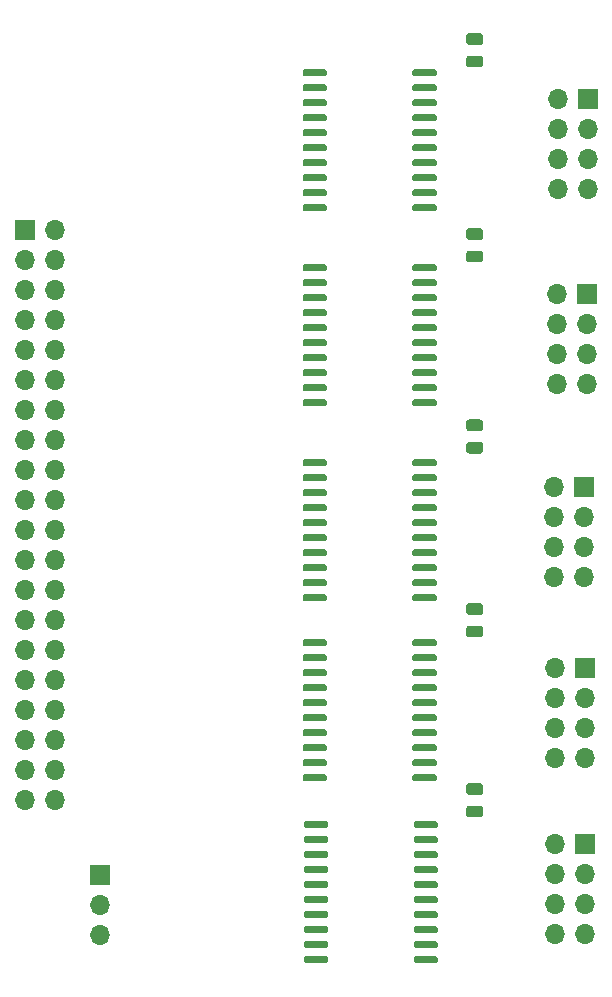
<source format=gbr>
%TF.GenerationSoftware,KiCad,Pcbnew,(5.1.9)-1*%
%TF.CreationDate,2021-03-22T20:32:08-05:00*%
%TF.ProjectId,Buffer board,42756666-6572-4206-926f-6172642e6b69,rev?*%
%TF.SameCoordinates,Original*%
%TF.FileFunction,Soldermask,Top*%
%TF.FilePolarity,Negative*%
%FSLAX46Y46*%
G04 Gerber Fmt 4.6, Leading zero omitted, Abs format (unit mm)*
G04 Created by KiCad (PCBNEW (5.1.9)-1) date 2021-03-22 20:32:08*
%MOMM*%
%LPD*%
G01*
G04 APERTURE LIST*
%ADD10O,1.700000X1.700000*%
%ADD11R,1.700000X1.700000*%
G04 APERTURE END LIST*
D10*
%TO.C,J7*%
X131267200Y-149745700D03*
X133807200Y-149745700D03*
X131267200Y-147205700D03*
X133807200Y-147205700D03*
X131267200Y-144665700D03*
X133807200Y-144665700D03*
X131267200Y-142125700D03*
D11*
X133807200Y-142125700D03*
%TD*%
D10*
%TO.C,J6*%
X131267200Y-134823200D03*
X133807200Y-134823200D03*
X131267200Y-132283200D03*
X133807200Y-132283200D03*
X131267200Y-129743200D03*
X133807200Y-129743200D03*
X131267200Y-127203200D03*
D11*
X133807200Y-127203200D03*
%TD*%
D10*
%TO.C,J5*%
X131140200Y-119557800D03*
X133680200Y-119557800D03*
X131140200Y-117017800D03*
X133680200Y-117017800D03*
X131140200Y-114477800D03*
X133680200Y-114477800D03*
X131140200Y-111937800D03*
D11*
X133680200Y-111937800D03*
%TD*%
D10*
%TO.C,J4*%
X131419600Y-103136700D03*
X133959600Y-103136700D03*
X131419600Y-100596700D03*
X133959600Y-100596700D03*
X131419600Y-98056700D03*
X133959600Y-98056700D03*
X131419600Y-95516700D03*
D11*
X133959600Y-95516700D03*
%TD*%
D10*
%TO.C,J3*%
X131521200Y-86639400D03*
X134061200Y-86639400D03*
X131521200Y-84099400D03*
X134061200Y-84099400D03*
X131521200Y-81559400D03*
X134061200Y-81559400D03*
X131521200Y-79019400D03*
D11*
X134061200Y-79019400D03*
%TD*%
D10*
%TO.C,J2*%
X92710000Y-149860000D03*
X92710000Y-147320000D03*
D11*
X92710000Y-144780000D03*
%TD*%
D10*
%TO.C,J1*%
X88900000Y-138430000D03*
X86360000Y-138430000D03*
X88900000Y-135890000D03*
X86360000Y-135890000D03*
X88900000Y-133350000D03*
X86360000Y-133350000D03*
X88900000Y-130810000D03*
X86360000Y-130810000D03*
X88900000Y-128270000D03*
X86360000Y-128270000D03*
X88900000Y-125730000D03*
X86360000Y-125730000D03*
X88900000Y-123190000D03*
X86360000Y-123190000D03*
X88900000Y-120650000D03*
X86360000Y-120650000D03*
X88900000Y-118110000D03*
X86360000Y-118110000D03*
X88900000Y-115570000D03*
X86360000Y-115570000D03*
X88900000Y-113030000D03*
X86360000Y-113030000D03*
X88900000Y-110490000D03*
X86360000Y-110490000D03*
X88900000Y-107950000D03*
X86360000Y-107950000D03*
X88900000Y-105410000D03*
X86360000Y-105410000D03*
X88900000Y-102870000D03*
X86360000Y-102870000D03*
X88900000Y-100330000D03*
X86360000Y-100330000D03*
X88900000Y-97790000D03*
X86360000Y-97790000D03*
X88900000Y-95250000D03*
X86360000Y-95250000D03*
X88900000Y-92710000D03*
X86360000Y-92710000D03*
X88900000Y-90170000D03*
D11*
X86360000Y-90170000D03*
%TD*%
%TO.C,IC5*%
G36*
G01*
X119296600Y-140637400D02*
X119296600Y-140337400D01*
G75*
G02*
X119446600Y-140187400I150000J0D01*
G01*
X121196600Y-140187400D01*
G75*
G02*
X121346600Y-140337400I0J-150000D01*
G01*
X121346600Y-140637400D01*
G75*
G02*
X121196600Y-140787400I-150000J0D01*
G01*
X119446600Y-140787400D01*
G75*
G02*
X119296600Y-140637400I0J150000D01*
G01*
G37*
G36*
G01*
X119296600Y-141907400D02*
X119296600Y-141607400D01*
G75*
G02*
X119446600Y-141457400I150000J0D01*
G01*
X121196600Y-141457400D01*
G75*
G02*
X121346600Y-141607400I0J-150000D01*
G01*
X121346600Y-141907400D01*
G75*
G02*
X121196600Y-142057400I-150000J0D01*
G01*
X119446600Y-142057400D01*
G75*
G02*
X119296600Y-141907400I0J150000D01*
G01*
G37*
G36*
G01*
X119296600Y-143177400D02*
X119296600Y-142877400D01*
G75*
G02*
X119446600Y-142727400I150000J0D01*
G01*
X121196600Y-142727400D01*
G75*
G02*
X121346600Y-142877400I0J-150000D01*
G01*
X121346600Y-143177400D01*
G75*
G02*
X121196600Y-143327400I-150000J0D01*
G01*
X119446600Y-143327400D01*
G75*
G02*
X119296600Y-143177400I0J150000D01*
G01*
G37*
G36*
G01*
X119296600Y-144447400D02*
X119296600Y-144147400D01*
G75*
G02*
X119446600Y-143997400I150000J0D01*
G01*
X121196600Y-143997400D01*
G75*
G02*
X121346600Y-144147400I0J-150000D01*
G01*
X121346600Y-144447400D01*
G75*
G02*
X121196600Y-144597400I-150000J0D01*
G01*
X119446600Y-144597400D01*
G75*
G02*
X119296600Y-144447400I0J150000D01*
G01*
G37*
G36*
G01*
X119296600Y-145717400D02*
X119296600Y-145417400D01*
G75*
G02*
X119446600Y-145267400I150000J0D01*
G01*
X121196600Y-145267400D01*
G75*
G02*
X121346600Y-145417400I0J-150000D01*
G01*
X121346600Y-145717400D01*
G75*
G02*
X121196600Y-145867400I-150000J0D01*
G01*
X119446600Y-145867400D01*
G75*
G02*
X119296600Y-145717400I0J150000D01*
G01*
G37*
G36*
G01*
X119296600Y-146987400D02*
X119296600Y-146687400D01*
G75*
G02*
X119446600Y-146537400I150000J0D01*
G01*
X121196600Y-146537400D01*
G75*
G02*
X121346600Y-146687400I0J-150000D01*
G01*
X121346600Y-146987400D01*
G75*
G02*
X121196600Y-147137400I-150000J0D01*
G01*
X119446600Y-147137400D01*
G75*
G02*
X119296600Y-146987400I0J150000D01*
G01*
G37*
G36*
G01*
X119296600Y-148257400D02*
X119296600Y-147957400D01*
G75*
G02*
X119446600Y-147807400I150000J0D01*
G01*
X121196600Y-147807400D01*
G75*
G02*
X121346600Y-147957400I0J-150000D01*
G01*
X121346600Y-148257400D01*
G75*
G02*
X121196600Y-148407400I-150000J0D01*
G01*
X119446600Y-148407400D01*
G75*
G02*
X119296600Y-148257400I0J150000D01*
G01*
G37*
G36*
G01*
X119296600Y-149527400D02*
X119296600Y-149227400D01*
G75*
G02*
X119446600Y-149077400I150000J0D01*
G01*
X121196600Y-149077400D01*
G75*
G02*
X121346600Y-149227400I0J-150000D01*
G01*
X121346600Y-149527400D01*
G75*
G02*
X121196600Y-149677400I-150000J0D01*
G01*
X119446600Y-149677400D01*
G75*
G02*
X119296600Y-149527400I0J150000D01*
G01*
G37*
G36*
G01*
X119296600Y-150797400D02*
X119296600Y-150497400D01*
G75*
G02*
X119446600Y-150347400I150000J0D01*
G01*
X121196600Y-150347400D01*
G75*
G02*
X121346600Y-150497400I0J-150000D01*
G01*
X121346600Y-150797400D01*
G75*
G02*
X121196600Y-150947400I-150000J0D01*
G01*
X119446600Y-150947400D01*
G75*
G02*
X119296600Y-150797400I0J150000D01*
G01*
G37*
G36*
G01*
X119296600Y-152067400D02*
X119296600Y-151767400D01*
G75*
G02*
X119446600Y-151617400I150000J0D01*
G01*
X121196600Y-151617400D01*
G75*
G02*
X121346600Y-151767400I0J-150000D01*
G01*
X121346600Y-152067400D01*
G75*
G02*
X121196600Y-152217400I-150000J0D01*
G01*
X119446600Y-152217400D01*
G75*
G02*
X119296600Y-152067400I0J150000D01*
G01*
G37*
G36*
G01*
X109996600Y-152067400D02*
X109996600Y-151767400D01*
G75*
G02*
X110146600Y-151617400I150000J0D01*
G01*
X111896600Y-151617400D01*
G75*
G02*
X112046600Y-151767400I0J-150000D01*
G01*
X112046600Y-152067400D01*
G75*
G02*
X111896600Y-152217400I-150000J0D01*
G01*
X110146600Y-152217400D01*
G75*
G02*
X109996600Y-152067400I0J150000D01*
G01*
G37*
G36*
G01*
X109996600Y-150797400D02*
X109996600Y-150497400D01*
G75*
G02*
X110146600Y-150347400I150000J0D01*
G01*
X111896600Y-150347400D01*
G75*
G02*
X112046600Y-150497400I0J-150000D01*
G01*
X112046600Y-150797400D01*
G75*
G02*
X111896600Y-150947400I-150000J0D01*
G01*
X110146600Y-150947400D01*
G75*
G02*
X109996600Y-150797400I0J150000D01*
G01*
G37*
G36*
G01*
X109996600Y-149527400D02*
X109996600Y-149227400D01*
G75*
G02*
X110146600Y-149077400I150000J0D01*
G01*
X111896600Y-149077400D01*
G75*
G02*
X112046600Y-149227400I0J-150000D01*
G01*
X112046600Y-149527400D01*
G75*
G02*
X111896600Y-149677400I-150000J0D01*
G01*
X110146600Y-149677400D01*
G75*
G02*
X109996600Y-149527400I0J150000D01*
G01*
G37*
G36*
G01*
X109996600Y-148257400D02*
X109996600Y-147957400D01*
G75*
G02*
X110146600Y-147807400I150000J0D01*
G01*
X111896600Y-147807400D01*
G75*
G02*
X112046600Y-147957400I0J-150000D01*
G01*
X112046600Y-148257400D01*
G75*
G02*
X111896600Y-148407400I-150000J0D01*
G01*
X110146600Y-148407400D01*
G75*
G02*
X109996600Y-148257400I0J150000D01*
G01*
G37*
G36*
G01*
X109996600Y-146987400D02*
X109996600Y-146687400D01*
G75*
G02*
X110146600Y-146537400I150000J0D01*
G01*
X111896600Y-146537400D01*
G75*
G02*
X112046600Y-146687400I0J-150000D01*
G01*
X112046600Y-146987400D01*
G75*
G02*
X111896600Y-147137400I-150000J0D01*
G01*
X110146600Y-147137400D01*
G75*
G02*
X109996600Y-146987400I0J150000D01*
G01*
G37*
G36*
G01*
X109996600Y-145717400D02*
X109996600Y-145417400D01*
G75*
G02*
X110146600Y-145267400I150000J0D01*
G01*
X111896600Y-145267400D01*
G75*
G02*
X112046600Y-145417400I0J-150000D01*
G01*
X112046600Y-145717400D01*
G75*
G02*
X111896600Y-145867400I-150000J0D01*
G01*
X110146600Y-145867400D01*
G75*
G02*
X109996600Y-145717400I0J150000D01*
G01*
G37*
G36*
G01*
X109996600Y-144447400D02*
X109996600Y-144147400D01*
G75*
G02*
X110146600Y-143997400I150000J0D01*
G01*
X111896600Y-143997400D01*
G75*
G02*
X112046600Y-144147400I0J-150000D01*
G01*
X112046600Y-144447400D01*
G75*
G02*
X111896600Y-144597400I-150000J0D01*
G01*
X110146600Y-144597400D01*
G75*
G02*
X109996600Y-144447400I0J150000D01*
G01*
G37*
G36*
G01*
X109996600Y-143177400D02*
X109996600Y-142877400D01*
G75*
G02*
X110146600Y-142727400I150000J0D01*
G01*
X111896600Y-142727400D01*
G75*
G02*
X112046600Y-142877400I0J-150000D01*
G01*
X112046600Y-143177400D01*
G75*
G02*
X111896600Y-143327400I-150000J0D01*
G01*
X110146600Y-143327400D01*
G75*
G02*
X109996600Y-143177400I0J150000D01*
G01*
G37*
G36*
G01*
X109996600Y-141907400D02*
X109996600Y-141607400D01*
G75*
G02*
X110146600Y-141457400I150000J0D01*
G01*
X111896600Y-141457400D01*
G75*
G02*
X112046600Y-141607400I0J-150000D01*
G01*
X112046600Y-141907400D01*
G75*
G02*
X111896600Y-142057400I-150000J0D01*
G01*
X110146600Y-142057400D01*
G75*
G02*
X109996600Y-141907400I0J150000D01*
G01*
G37*
G36*
G01*
X109996600Y-140637400D02*
X109996600Y-140337400D01*
G75*
G02*
X110146600Y-140187400I150000J0D01*
G01*
X111896600Y-140187400D01*
G75*
G02*
X112046600Y-140337400I0J-150000D01*
G01*
X112046600Y-140637400D01*
G75*
G02*
X111896600Y-140787400I-150000J0D01*
G01*
X110146600Y-140787400D01*
G75*
G02*
X109996600Y-140637400I0J150000D01*
G01*
G37*
%TD*%
%TO.C,IC4*%
G36*
G01*
X119195000Y-125245000D02*
X119195000Y-124945000D01*
G75*
G02*
X119345000Y-124795000I150000J0D01*
G01*
X121095000Y-124795000D01*
G75*
G02*
X121245000Y-124945000I0J-150000D01*
G01*
X121245000Y-125245000D01*
G75*
G02*
X121095000Y-125395000I-150000J0D01*
G01*
X119345000Y-125395000D01*
G75*
G02*
X119195000Y-125245000I0J150000D01*
G01*
G37*
G36*
G01*
X119195000Y-126515000D02*
X119195000Y-126215000D01*
G75*
G02*
X119345000Y-126065000I150000J0D01*
G01*
X121095000Y-126065000D01*
G75*
G02*
X121245000Y-126215000I0J-150000D01*
G01*
X121245000Y-126515000D01*
G75*
G02*
X121095000Y-126665000I-150000J0D01*
G01*
X119345000Y-126665000D01*
G75*
G02*
X119195000Y-126515000I0J150000D01*
G01*
G37*
G36*
G01*
X119195000Y-127785000D02*
X119195000Y-127485000D01*
G75*
G02*
X119345000Y-127335000I150000J0D01*
G01*
X121095000Y-127335000D01*
G75*
G02*
X121245000Y-127485000I0J-150000D01*
G01*
X121245000Y-127785000D01*
G75*
G02*
X121095000Y-127935000I-150000J0D01*
G01*
X119345000Y-127935000D01*
G75*
G02*
X119195000Y-127785000I0J150000D01*
G01*
G37*
G36*
G01*
X119195000Y-129055000D02*
X119195000Y-128755000D01*
G75*
G02*
X119345000Y-128605000I150000J0D01*
G01*
X121095000Y-128605000D01*
G75*
G02*
X121245000Y-128755000I0J-150000D01*
G01*
X121245000Y-129055000D01*
G75*
G02*
X121095000Y-129205000I-150000J0D01*
G01*
X119345000Y-129205000D01*
G75*
G02*
X119195000Y-129055000I0J150000D01*
G01*
G37*
G36*
G01*
X119195000Y-130325000D02*
X119195000Y-130025000D01*
G75*
G02*
X119345000Y-129875000I150000J0D01*
G01*
X121095000Y-129875000D01*
G75*
G02*
X121245000Y-130025000I0J-150000D01*
G01*
X121245000Y-130325000D01*
G75*
G02*
X121095000Y-130475000I-150000J0D01*
G01*
X119345000Y-130475000D01*
G75*
G02*
X119195000Y-130325000I0J150000D01*
G01*
G37*
G36*
G01*
X119195000Y-131595000D02*
X119195000Y-131295000D01*
G75*
G02*
X119345000Y-131145000I150000J0D01*
G01*
X121095000Y-131145000D01*
G75*
G02*
X121245000Y-131295000I0J-150000D01*
G01*
X121245000Y-131595000D01*
G75*
G02*
X121095000Y-131745000I-150000J0D01*
G01*
X119345000Y-131745000D01*
G75*
G02*
X119195000Y-131595000I0J150000D01*
G01*
G37*
G36*
G01*
X119195000Y-132865000D02*
X119195000Y-132565000D01*
G75*
G02*
X119345000Y-132415000I150000J0D01*
G01*
X121095000Y-132415000D01*
G75*
G02*
X121245000Y-132565000I0J-150000D01*
G01*
X121245000Y-132865000D01*
G75*
G02*
X121095000Y-133015000I-150000J0D01*
G01*
X119345000Y-133015000D01*
G75*
G02*
X119195000Y-132865000I0J150000D01*
G01*
G37*
G36*
G01*
X119195000Y-134135000D02*
X119195000Y-133835000D01*
G75*
G02*
X119345000Y-133685000I150000J0D01*
G01*
X121095000Y-133685000D01*
G75*
G02*
X121245000Y-133835000I0J-150000D01*
G01*
X121245000Y-134135000D01*
G75*
G02*
X121095000Y-134285000I-150000J0D01*
G01*
X119345000Y-134285000D01*
G75*
G02*
X119195000Y-134135000I0J150000D01*
G01*
G37*
G36*
G01*
X119195000Y-135405000D02*
X119195000Y-135105000D01*
G75*
G02*
X119345000Y-134955000I150000J0D01*
G01*
X121095000Y-134955000D01*
G75*
G02*
X121245000Y-135105000I0J-150000D01*
G01*
X121245000Y-135405000D01*
G75*
G02*
X121095000Y-135555000I-150000J0D01*
G01*
X119345000Y-135555000D01*
G75*
G02*
X119195000Y-135405000I0J150000D01*
G01*
G37*
G36*
G01*
X119195000Y-136675000D02*
X119195000Y-136375000D01*
G75*
G02*
X119345000Y-136225000I150000J0D01*
G01*
X121095000Y-136225000D01*
G75*
G02*
X121245000Y-136375000I0J-150000D01*
G01*
X121245000Y-136675000D01*
G75*
G02*
X121095000Y-136825000I-150000J0D01*
G01*
X119345000Y-136825000D01*
G75*
G02*
X119195000Y-136675000I0J150000D01*
G01*
G37*
G36*
G01*
X109895000Y-136675000D02*
X109895000Y-136375000D01*
G75*
G02*
X110045000Y-136225000I150000J0D01*
G01*
X111795000Y-136225000D01*
G75*
G02*
X111945000Y-136375000I0J-150000D01*
G01*
X111945000Y-136675000D01*
G75*
G02*
X111795000Y-136825000I-150000J0D01*
G01*
X110045000Y-136825000D01*
G75*
G02*
X109895000Y-136675000I0J150000D01*
G01*
G37*
G36*
G01*
X109895000Y-135405000D02*
X109895000Y-135105000D01*
G75*
G02*
X110045000Y-134955000I150000J0D01*
G01*
X111795000Y-134955000D01*
G75*
G02*
X111945000Y-135105000I0J-150000D01*
G01*
X111945000Y-135405000D01*
G75*
G02*
X111795000Y-135555000I-150000J0D01*
G01*
X110045000Y-135555000D01*
G75*
G02*
X109895000Y-135405000I0J150000D01*
G01*
G37*
G36*
G01*
X109895000Y-134135000D02*
X109895000Y-133835000D01*
G75*
G02*
X110045000Y-133685000I150000J0D01*
G01*
X111795000Y-133685000D01*
G75*
G02*
X111945000Y-133835000I0J-150000D01*
G01*
X111945000Y-134135000D01*
G75*
G02*
X111795000Y-134285000I-150000J0D01*
G01*
X110045000Y-134285000D01*
G75*
G02*
X109895000Y-134135000I0J150000D01*
G01*
G37*
G36*
G01*
X109895000Y-132865000D02*
X109895000Y-132565000D01*
G75*
G02*
X110045000Y-132415000I150000J0D01*
G01*
X111795000Y-132415000D01*
G75*
G02*
X111945000Y-132565000I0J-150000D01*
G01*
X111945000Y-132865000D01*
G75*
G02*
X111795000Y-133015000I-150000J0D01*
G01*
X110045000Y-133015000D01*
G75*
G02*
X109895000Y-132865000I0J150000D01*
G01*
G37*
G36*
G01*
X109895000Y-131595000D02*
X109895000Y-131295000D01*
G75*
G02*
X110045000Y-131145000I150000J0D01*
G01*
X111795000Y-131145000D01*
G75*
G02*
X111945000Y-131295000I0J-150000D01*
G01*
X111945000Y-131595000D01*
G75*
G02*
X111795000Y-131745000I-150000J0D01*
G01*
X110045000Y-131745000D01*
G75*
G02*
X109895000Y-131595000I0J150000D01*
G01*
G37*
G36*
G01*
X109895000Y-130325000D02*
X109895000Y-130025000D01*
G75*
G02*
X110045000Y-129875000I150000J0D01*
G01*
X111795000Y-129875000D01*
G75*
G02*
X111945000Y-130025000I0J-150000D01*
G01*
X111945000Y-130325000D01*
G75*
G02*
X111795000Y-130475000I-150000J0D01*
G01*
X110045000Y-130475000D01*
G75*
G02*
X109895000Y-130325000I0J150000D01*
G01*
G37*
G36*
G01*
X109895000Y-129055000D02*
X109895000Y-128755000D01*
G75*
G02*
X110045000Y-128605000I150000J0D01*
G01*
X111795000Y-128605000D01*
G75*
G02*
X111945000Y-128755000I0J-150000D01*
G01*
X111945000Y-129055000D01*
G75*
G02*
X111795000Y-129205000I-150000J0D01*
G01*
X110045000Y-129205000D01*
G75*
G02*
X109895000Y-129055000I0J150000D01*
G01*
G37*
G36*
G01*
X109895000Y-127785000D02*
X109895000Y-127485000D01*
G75*
G02*
X110045000Y-127335000I150000J0D01*
G01*
X111795000Y-127335000D01*
G75*
G02*
X111945000Y-127485000I0J-150000D01*
G01*
X111945000Y-127785000D01*
G75*
G02*
X111795000Y-127935000I-150000J0D01*
G01*
X110045000Y-127935000D01*
G75*
G02*
X109895000Y-127785000I0J150000D01*
G01*
G37*
G36*
G01*
X109895000Y-126515000D02*
X109895000Y-126215000D01*
G75*
G02*
X110045000Y-126065000I150000J0D01*
G01*
X111795000Y-126065000D01*
G75*
G02*
X111945000Y-126215000I0J-150000D01*
G01*
X111945000Y-126515000D01*
G75*
G02*
X111795000Y-126665000I-150000J0D01*
G01*
X110045000Y-126665000D01*
G75*
G02*
X109895000Y-126515000I0J150000D01*
G01*
G37*
G36*
G01*
X109895000Y-125245000D02*
X109895000Y-124945000D01*
G75*
G02*
X110045000Y-124795000I150000J0D01*
G01*
X111795000Y-124795000D01*
G75*
G02*
X111945000Y-124945000I0J-150000D01*
G01*
X111945000Y-125245000D01*
G75*
G02*
X111795000Y-125395000I-150000J0D01*
G01*
X110045000Y-125395000D01*
G75*
G02*
X109895000Y-125245000I0J150000D01*
G01*
G37*
%TD*%
%TO.C,IC3*%
G36*
G01*
X119195000Y-110005000D02*
X119195000Y-109705000D01*
G75*
G02*
X119345000Y-109555000I150000J0D01*
G01*
X121095000Y-109555000D01*
G75*
G02*
X121245000Y-109705000I0J-150000D01*
G01*
X121245000Y-110005000D01*
G75*
G02*
X121095000Y-110155000I-150000J0D01*
G01*
X119345000Y-110155000D01*
G75*
G02*
X119195000Y-110005000I0J150000D01*
G01*
G37*
G36*
G01*
X119195000Y-111275000D02*
X119195000Y-110975000D01*
G75*
G02*
X119345000Y-110825000I150000J0D01*
G01*
X121095000Y-110825000D01*
G75*
G02*
X121245000Y-110975000I0J-150000D01*
G01*
X121245000Y-111275000D01*
G75*
G02*
X121095000Y-111425000I-150000J0D01*
G01*
X119345000Y-111425000D01*
G75*
G02*
X119195000Y-111275000I0J150000D01*
G01*
G37*
G36*
G01*
X119195000Y-112545000D02*
X119195000Y-112245000D01*
G75*
G02*
X119345000Y-112095000I150000J0D01*
G01*
X121095000Y-112095000D01*
G75*
G02*
X121245000Y-112245000I0J-150000D01*
G01*
X121245000Y-112545000D01*
G75*
G02*
X121095000Y-112695000I-150000J0D01*
G01*
X119345000Y-112695000D01*
G75*
G02*
X119195000Y-112545000I0J150000D01*
G01*
G37*
G36*
G01*
X119195000Y-113815000D02*
X119195000Y-113515000D01*
G75*
G02*
X119345000Y-113365000I150000J0D01*
G01*
X121095000Y-113365000D01*
G75*
G02*
X121245000Y-113515000I0J-150000D01*
G01*
X121245000Y-113815000D01*
G75*
G02*
X121095000Y-113965000I-150000J0D01*
G01*
X119345000Y-113965000D01*
G75*
G02*
X119195000Y-113815000I0J150000D01*
G01*
G37*
G36*
G01*
X119195000Y-115085000D02*
X119195000Y-114785000D01*
G75*
G02*
X119345000Y-114635000I150000J0D01*
G01*
X121095000Y-114635000D01*
G75*
G02*
X121245000Y-114785000I0J-150000D01*
G01*
X121245000Y-115085000D01*
G75*
G02*
X121095000Y-115235000I-150000J0D01*
G01*
X119345000Y-115235000D01*
G75*
G02*
X119195000Y-115085000I0J150000D01*
G01*
G37*
G36*
G01*
X119195000Y-116355000D02*
X119195000Y-116055000D01*
G75*
G02*
X119345000Y-115905000I150000J0D01*
G01*
X121095000Y-115905000D01*
G75*
G02*
X121245000Y-116055000I0J-150000D01*
G01*
X121245000Y-116355000D01*
G75*
G02*
X121095000Y-116505000I-150000J0D01*
G01*
X119345000Y-116505000D01*
G75*
G02*
X119195000Y-116355000I0J150000D01*
G01*
G37*
G36*
G01*
X119195000Y-117625000D02*
X119195000Y-117325000D01*
G75*
G02*
X119345000Y-117175000I150000J0D01*
G01*
X121095000Y-117175000D01*
G75*
G02*
X121245000Y-117325000I0J-150000D01*
G01*
X121245000Y-117625000D01*
G75*
G02*
X121095000Y-117775000I-150000J0D01*
G01*
X119345000Y-117775000D01*
G75*
G02*
X119195000Y-117625000I0J150000D01*
G01*
G37*
G36*
G01*
X119195000Y-118895000D02*
X119195000Y-118595000D01*
G75*
G02*
X119345000Y-118445000I150000J0D01*
G01*
X121095000Y-118445000D01*
G75*
G02*
X121245000Y-118595000I0J-150000D01*
G01*
X121245000Y-118895000D01*
G75*
G02*
X121095000Y-119045000I-150000J0D01*
G01*
X119345000Y-119045000D01*
G75*
G02*
X119195000Y-118895000I0J150000D01*
G01*
G37*
G36*
G01*
X119195000Y-120165000D02*
X119195000Y-119865000D01*
G75*
G02*
X119345000Y-119715000I150000J0D01*
G01*
X121095000Y-119715000D01*
G75*
G02*
X121245000Y-119865000I0J-150000D01*
G01*
X121245000Y-120165000D01*
G75*
G02*
X121095000Y-120315000I-150000J0D01*
G01*
X119345000Y-120315000D01*
G75*
G02*
X119195000Y-120165000I0J150000D01*
G01*
G37*
G36*
G01*
X119195000Y-121435000D02*
X119195000Y-121135000D01*
G75*
G02*
X119345000Y-120985000I150000J0D01*
G01*
X121095000Y-120985000D01*
G75*
G02*
X121245000Y-121135000I0J-150000D01*
G01*
X121245000Y-121435000D01*
G75*
G02*
X121095000Y-121585000I-150000J0D01*
G01*
X119345000Y-121585000D01*
G75*
G02*
X119195000Y-121435000I0J150000D01*
G01*
G37*
G36*
G01*
X109895000Y-121435000D02*
X109895000Y-121135000D01*
G75*
G02*
X110045000Y-120985000I150000J0D01*
G01*
X111795000Y-120985000D01*
G75*
G02*
X111945000Y-121135000I0J-150000D01*
G01*
X111945000Y-121435000D01*
G75*
G02*
X111795000Y-121585000I-150000J0D01*
G01*
X110045000Y-121585000D01*
G75*
G02*
X109895000Y-121435000I0J150000D01*
G01*
G37*
G36*
G01*
X109895000Y-120165000D02*
X109895000Y-119865000D01*
G75*
G02*
X110045000Y-119715000I150000J0D01*
G01*
X111795000Y-119715000D01*
G75*
G02*
X111945000Y-119865000I0J-150000D01*
G01*
X111945000Y-120165000D01*
G75*
G02*
X111795000Y-120315000I-150000J0D01*
G01*
X110045000Y-120315000D01*
G75*
G02*
X109895000Y-120165000I0J150000D01*
G01*
G37*
G36*
G01*
X109895000Y-118895000D02*
X109895000Y-118595000D01*
G75*
G02*
X110045000Y-118445000I150000J0D01*
G01*
X111795000Y-118445000D01*
G75*
G02*
X111945000Y-118595000I0J-150000D01*
G01*
X111945000Y-118895000D01*
G75*
G02*
X111795000Y-119045000I-150000J0D01*
G01*
X110045000Y-119045000D01*
G75*
G02*
X109895000Y-118895000I0J150000D01*
G01*
G37*
G36*
G01*
X109895000Y-117625000D02*
X109895000Y-117325000D01*
G75*
G02*
X110045000Y-117175000I150000J0D01*
G01*
X111795000Y-117175000D01*
G75*
G02*
X111945000Y-117325000I0J-150000D01*
G01*
X111945000Y-117625000D01*
G75*
G02*
X111795000Y-117775000I-150000J0D01*
G01*
X110045000Y-117775000D01*
G75*
G02*
X109895000Y-117625000I0J150000D01*
G01*
G37*
G36*
G01*
X109895000Y-116355000D02*
X109895000Y-116055000D01*
G75*
G02*
X110045000Y-115905000I150000J0D01*
G01*
X111795000Y-115905000D01*
G75*
G02*
X111945000Y-116055000I0J-150000D01*
G01*
X111945000Y-116355000D01*
G75*
G02*
X111795000Y-116505000I-150000J0D01*
G01*
X110045000Y-116505000D01*
G75*
G02*
X109895000Y-116355000I0J150000D01*
G01*
G37*
G36*
G01*
X109895000Y-115085000D02*
X109895000Y-114785000D01*
G75*
G02*
X110045000Y-114635000I150000J0D01*
G01*
X111795000Y-114635000D01*
G75*
G02*
X111945000Y-114785000I0J-150000D01*
G01*
X111945000Y-115085000D01*
G75*
G02*
X111795000Y-115235000I-150000J0D01*
G01*
X110045000Y-115235000D01*
G75*
G02*
X109895000Y-115085000I0J150000D01*
G01*
G37*
G36*
G01*
X109895000Y-113815000D02*
X109895000Y-113515000D01*
G75*
G02*
X110045000Y-113365000I150000J0D01*
G01*
X111795000Y-113365000D01*
G75*
G02*
X111945000Y-113515000I0J-150000D01*
G01*
X111945000Y-113815000D01*
G75*
G02*
X111795000Y-113965000I-150000J0D01*
G01*
X110045000Y-113965000D01*
G75*
G02*
X109895000Y-113815000I0J150000D01*
G01*
G37*
G36*
G01*
X109895000Y-112545000D02*
X109895000Y-112245000D01*
G75*
G02*
X110045000Y-112095000I150000J0D01*
G01*
X111795000Y-112095000D01*
G75*
G02*
X111945000Y-112245000I0J-150000D01*
G01*
X111945000Y-112545000D01*
G75*
G02*
X111795000Y-112695000I-150000J0D01*
G01*
X110045000Y-112695000D01*
G75*
G02*
X109895000Y-112545000I0J150000D01*
G01*
G37*
G36*
G01*
X109895000Y-111275000D02*
X109895000Y-110975000D01*
G75*
G02*
X110045000Y-110825000I150000J0D01*
G01*
X111795000Y-110825000D01*
G75*
G02*
X111945000Y-110975000I0J-150000D01*
G01*
X111945000Y-111275000D01*
G75*
G02*
X111795000Y-111425000I-150000J0D01*
G01*
X110045000Y-111425000D01*
G75*
G02*
X109895000Y-111275000I0J150000D01*
G01*
G37*
G36*
G01*
X109895000Y-110005000D02*
X109895000Y-109705000D01*
G75*
G02*
X110045000Y-109555000I150000J0D01*
G01*
X111795000Y-109555000D01*
G75*
G02*
X111945000Y-109705000I0J-150000D01*
G01*
X111945000Y-110005000D01*
G75*
G02*
X111795000Y-110155000I-150000J0D01*
G01*
X110045000Y-110155000D01*
G75*
G02*
X109895000Y-110005000I0J150000D01*
G01*
G37*
%TD*%
%TO.C,IC2*%
G36*
G01*
X119195000Y-93495000D02*
X119195000Y-93195000D01*
G75*
G02*
X119345000Y-93045000I150000J0D01*
G01*
X121095000Y-93045000D01*
G75*
G02*
X121245000Y-93195000I0J-150000D01*
G01*
X121245000Y-93495000D01*
G75*
G02*
X121095000Y-93645000I-150000J0D01*
G01*
X119345000Y-93645000D01*
G75*
G02*
X119195000Y-93495000I0J150000D01*
G01*
G37*
G36*
G01*
X119195000Y-94765000D02*
X119195000Y-94465000D01*
G75*
G02*
X119345000Y-94315000I150000J0D01*
G01*
X121095000Y-94315000D01*
G75*
G02*
X121245000Y-94465000I0J-150000D01*
G01*
X121245000Y-94765000D01*
G75*
G02*
X121095000Y-94915000I-150000J0D01*
G01*
X119345000Y-94915000D01*
G75*
G02*
X119195000Y-94765000I0J150000D01*
G01*
G37*
G36*
G01*
X119195000Y-96035000D02*
X119195000Y-95735000D01*
G75*
G02*
X119345000Y-95585000I150000J0D01*
G01*
X121095000Y-95585000D01*
G75*
G02*
X121245000Y-95735000I0J-150000D01*
G01*
X121245000Y-96035000D01*
G75*
G02*
X121095000Y-96185000I-150000J0D01*
G01*
X119345000Y-96185000D01*
G75*
G02*
X119195000Y-96035000I0J150000D01*
G01*
G37*
G36*
G01*
X119195000Y-97305000D02*
X119195000Y-97005000D01*
G75*
G02*
X119345000Y-96855000I150000J0D01*
G01*
X121095000Y-96855000D01*
G75*
G02*
X121245000Y-97005000I0J-150000D01*
G01*
X121245000Y-97305000D01*
G75*
G02*
X121095000Y-97455000I-150000J0D01*
G01*
X119345000Y-97455000D01*
G75*
G02*
X119195000Y-97305000I0J150000D01*
G01*
G37*
G36*
G01*
X119195000Y-98575000D02*
X119195000Y-98275000D01*
G75*
G02*
X119345000Y-98125000I150000J0D01*
G01*
X121095000Y-98125000D01*
G75*
G02*
X121245000Y-98275000I0J-150000D01*
G01*
X121245000Y-98575000D01*
G75*
G02*
X121095000Y-98725000I-150000J0D01*
G01*
X119345000Y-98725000D01*
G75*
G02*
X119195000Y-98575000I0J150000D01*
G01*
G37*
G36*
G01*
X119195000Y-99845000D02*
X119195000Y-99545000D01*
G75*
G02*
X119345000Y-99395000I150000J0D01*
G01*
X121095000Y-99395000D01*
G75*
G02*
X121245000Y-99545000I0J-150000D01*
G01*
X121245000Y-99845000D01*
G75*
G02*
X121095000Y-99995000I-150000J0D01*
G01*
X119345000Y-99995000D01*
G75*
G02*
X119195000Y-99845000I0J150000D01*
G01*
G37*
G36*
G01*
X119195000Y-101115000D02*
X119195000Y-100815000D01*
G75*
G02*
X119345000Y-100665000I150000J0D01*
G01*
X121095000Y-100665000D01*
G75*
G02*
X121245000Y-100815000I0J-150000D01*
G01*
X121245000Y-101115000D01*
G75*
G02*
X121095000Y-101265000I-150000J0D01*
G01*
X119345000Y-101265000D01*
G75*
G02*
X119195000Y-101115000I0J150000D01*
G01*
G37*
G36*
G01*
X119195000Y-102385000D02*
X119195000Y-102085000D01*
G75*
G02*
X119345000Y-101935000I150000J0D01*
G01*
X121095000Y-101935000D01*
G75*
G02*
X121245000Y-102085000I0J-150000D01*
G01*
X121245000Y-102385000D01*
G75*
G02*
X121095000Y-102535000I-150000J0D01*
G01*
X119345000Y-102535000D01*
G75*
G02*
X119195000Y-102385000I0J150000D01*
G01*
G37*
G36*
G01*
X119195000Y-103655000D02*
X119195000Y-103355000D01*
G75*
G02*
X119345000Y-103205000I150000J0D01*
G01*
X121095000Y-103205000D01*
G75*
G02*
X121245000Y-103355000I0J-150000D01*
G01*
X121245000Y-103655000D01*
G75*
G02*
X121095000Y-103805000I-150000J0D01*
G01*
X119345000Y-103805000D01*
G75*
G02*
X119195000Y-103655000I0J150000D01*
G01*
G37*
G36*
G01*
X119195000Y-104925000D02*
X119195000Y-104625000D01*
G75*
G02*
X119345000Y-104475000I150000J0D01*
G01*
X121095000Y-104475000D01*
G75*
G02*
X121245000Y-104625000I0J-150000D01*
G01*
X121245000Y-104925000D01*
G75*
G02*
X121095000Y-105075000I-150000J0D01*
G01*
X119345000Y-105075000D01*
G75*
G02*
X119195000Y-104925000I0J150000D01*
G01*
G37*
G36*
G01*
X109895000Y-104925000D02*
X109895000Y-104625000D01*
G75*
G02*
X110045000Y-104475000I150000J0D01*
G01*
X111795000Y-104475000D01*
G75*
G02*
X111945000Y-104625000I0J-150000D01*
G01*
X111945000Y-104925000D01*
G75*
G02*
X111795000Y-105075000I-150000J0D01*
G01*
X110045000Y-105075000D01*
G75*
G02*
X109895000Y-104925000I0J150000D01*
G01*
G37*
G36*
G01*
X109895000Y-103655000D02*
X109895000Y-103355000D01*
G75*
G02*
X110045000Y-103205000I150000J0D01*
G01*
X111795000Y-103205000D01*
G75*
G02*
X111945000Y-103355000I0J-150000D01*
G01*
X111945000Y-103655000D01*
G75*
G02*
X111795000Y-103805000I-150000J0D01*
G01*
X110045000Y-103805000D01*
G75*
G02*
X109895000Y-103655000I0J150000D01*
G01*
G37*
G36*
G01*
X109895000Y-102385000D02*
X109895000Y-102085000D01*
G75*
G02*
X110045000Y-101935000I150000J0D01*
G01*
X111795000Y-101935000D01*
G75*
G02*
X111945000Y-102085000I0J-150000D01*
G01*
X111945000Y-102385000D01*
G75*
G02*
X111795000Y-102535000I-150000J0D01*
G01*
X110045000Y-102535000D01*
G75*
G02*
X109895000Y-102385000I0J150000D01*
G01*
G37*
G36*
G01*
X109895000Y-101115000D02*
X109895000Y-100815000D01*
G75*
G02*
X110045000Y-100665000I150000J0D01*
G01*
X111795000Y-100665000D01*
G75*
G02*
X111945000Y-100815000I0J-150000D01*
G01*
X111945000Y-101115000D01*
G75*
G02*
X111795000Y-101265000I-150000J0D01*
G01*
X110045000Y-101265000D01*
G75*
G02*
X109895000Y-101115000I0J150000D01*
G01*
G37*
G36*
G01*
X109895000Y-99845000D02*
X109895000Y-99545000D01*
G75*
G02*
X110045000Y-99395000I150000J0D01*
G01*
X111795000Y-99395000D01*
G75*
G02*
X111945000Y-99545000I0J-150000D01*
G01*
X111945000Y-99845000D01*
G75*
G02*
X111795000Y-99995000I-150000J0D01*
G01*
X110045000Y-99995000D01*
G75*
G02*
X109895000Y-99845000I0J150000D01*
G01*
G37*
G36*
G01*
X109895000Y-98575000D02*
X109895000Y-98275000D01*
G75*
G02*
X110045000Y-98125000I150000J0D01*
G01*
X111795000Y-98125000D01*
G75*
G02*
X111945000Y-98275000I0J-150000D01*
G01*
X111945000Y-98575000D01*
G75*
G02*
X111795000Y-98725000I-150000J0D01*
G01*
X110045000Y-98725000D01*
G75*
G02*
X109895000Y-98575000I0J150000D01*
G01*
G37*
G36*
G01*
X109895000Y-97305000D02*
X109895000Y-97005000D01*
G75*
G02*
X110045000Y-96855000I150000J0D01*
G01*
X111795000Y-96855000D01*
G75*
G02*
X111945000Y-97005000I0J-150000D01*
G01*
X111945000Y-97305000D01*
G75*
G02*
X111795000Y-97455000I-150000J0D01*
G01*
X110045000Y-97455000D01*
G75*
G02*
X109895000Y-97305000I0J150000D01*
G01*
G37*
G36*
G01*
X109895000Y-96035000D02*
X109895000Y-95735000D01*
G75*
G02*
X110045000Y-95585000I150000J0D01*
G01*
X111795000Y-95585000D01*
G75*
G02*
X111945000Y-95735000I0J-150000D01*
G01*
X111945000Y-96035000D01*
G75*
G02*
X111795000Y-96185000I-150000J0D01*
G01*
X110045000Y-96185000D01*
G75*
G02*
X109895000Y-96035000I0J150000D01*
G01*
G37*
G36*
G01*
X109895000Y-94765000D02*
X109895000Y-94465000D01*
G75*
G02*
X110045000Y-94315000I150000J0D01*
G01*
X111795000Y-94315000D01*
G75*
G02*
X111945000Y-94465000I0J-150000D01*
G01*
X111945000Y-94765000D01*
G75*
G02*
X111795000Y-94915000I-150000J0D01*
G01*
X110045000Y-94915000D01*
G75*
G02*
X109895000Y-94765000I0J150000D01*
G01*
G37*
G36*
G01*
X109895000Y-93495000D02*
X109895000Y-93195000D01*
G75*
G02*
X110045000Y-93045000I150000J0D01*
G01*
X111795000Y-93045000D01*
G75*
G02*
X111945000Y-93195000I0J-150000D01*
G01*
X111945000Y-93495000D01*
G75*
G02*
X111795000Y-93645000I-150000J0D01*
G01*
X110045000Y-93645000D01*
G75*
G02*
X109895000Y-93495000I0J150000D01*
G01*
G37*
%TD*%
%TO.C,IC1*%
G36*
G01*
X119195000Y-76985000D02*
X119195000Y-76685000D01*
G75*
G02*
X119345000Y-76535000I150000J0D01*
G01*
X121095000Y-76535000D01*
G75*
G02*
X121245000Y-76685000I0J-150000D01*
G01*
X121245000Y-76985000D01*
G75*
G02*
X121095000Y-77135000I-150000J0D01*
G01*
X119345000Y-77135000D01*
G75*
G02*
X119195000Y-76985000I0J150000D01*
G01*
G37*
G36*
G01*
X119195000Y-78255000D02*
X119195000Y-77955000D01*
G75*
G02*
X119345000Y-77805000I150000J0D01*
G01*
X121095000Y-77805000D01*
G75*
G02*
X121245000Y-77955000I0J-150000D01*
G01*
X121245000Y-78255000D01*
G75*
G02*
X121095000Y-78405000I-150000J0D01*
G01*
X119345000Y-78405000D01*
G75*
G02*
X119195000Y-78255000I0J150000D01*
G01*
G37*
G36*
G01*
X119195000Y-79525000D02*
X119195000Y-79225000D01*
G75*
G02*
X119345000Y-79075000I150000J0D01*
G01*
X121095000Y-79075000D01*
G75*
G02*
X121245000Y-79225000I0J-150000D01*
G01*
X121245000Y-79525000D01*
G75*
G02*
X121095000Y-79675000I-150000J0D01*
G01*
X119345000Y-79675000D01*
G75*
G02*
X119195000Y-79525000I0J150000D01*
G01*
G37*
G36*
G01*
X119195000Y-80795000D02*
X119195000Y-80495000D01*
G75*
G02*
X119345000Y-80345000I150000J0D01*
G01*
X121095000Y-80345000D01*
G75*
G02*
X121245000Y-80495000I0J-150000D01*
G01*
X121245000Y-80795000D01*
G75*
G02*
X121095000Y-80945000I-150000J0D01*
G01*
X119345000Y-80945000D01*
G75*
G02*
X119195000Y-80795000I0J150000D01*
G01*
G37*
G36*
G01*
X119195000Y-82065000D02*
X119195000Y-81765000D01*
G75*
G02*
X119345000Y-81615000I150000J0D01*
G01*
X121095000Y-81615000D01*
G75*
G02*
X121245000Y-81765000I0J-150000D01*
G01*
X121245000Y-82065000D01*
G75*
G02*
X121095000Y-82215000I-150000J0D01*
G01*
X119345000Y-82215000D01*
G75*
G02*
X119195000Y-82065000I0J150000D01*
G01*
G37*
G36*
G01*
X119195000Y-83335000D02*
X119195000Y-83035000D01*
G75*
G02*
X119345000Y-82885000I150000J0D01*
G01*
X121095000Y-82885000D01*
G75*
G02*
X121245000Y-83035000I0J-150000D01*
G01*
X121245000Y-83335000D01*
G75*
G02*
X121095000Y-83485000I-150000J0D01*
G01*
X119345000Y-83485000D01*
G75*
G02*
X119195000Y-83335000I0J150000D01*
G01*
G37*
G36*
G01*
X119195000Y-84605000D02*
X119195000Y-84305000D01*
G75*
G02*
X119345000Y-84155000I150000J0D01*
G01*
X121095000Y-84155000D01*
G75*
G02*
X121245000Y-84305000I0J-150000D01*
G01*
X121245000Y-84605000D01*
G75*
G02*
X121095000Y-84755000I-150000J0D01*
G01*
X119345000Y-84755000D01*
G75*
G02*
X119195000Y-84605000I0J150000D01*
G01*
G37*
G36*
G01*
X119195000Y-85875000D02*
X119195000Y-85575000D01*
G75*
G02*
X119345000Y-85425000I150000J0D01*
G01*
X121095000Y-85425000D01*
G75*
G02*
X121245000Y-85575000I0J-150000D01*
G01*
X121245000Y-85875000D01*
G75*
G02*
X121095000Y-86025000I-150000J0D01*
G01*
X119345000Y-86025000D01*
G75*
G02*
X119195000Y-85875000I0J150000D01*
G01*
G37*
G36*
G01*
X119195000Y-87145000D02*
X119195000Y-86845000D01*
G75*
G02*
X119345000Y-86695000I150000J0D01*
G01*
X121095000Y-86695000D01*
G75*
G02*
X121245000Y-86845000I0J-150000D01*
G01*
X121245000Y-87145000D01*
G75*
G02*
X121095000Y-87295000I-150000J0D01*
G01*
X119345000Y-87295000D01*
G75*
G02*
X119195000Y-87145000I0J150000D01*
G01*
G37*
G36*
G01*
X119195000Y-88415000D02*
X119195000Y-88115000D01*
G75*
G02*
X119345000Y-87965000I150000J0D01*
G01*
X121095000Y-87965000D01*
G75*
G02*
X121245000Y-88115000I0J-150000D01*
G01*
X121245000Y-88415000D01*
G75*
G02*
X121095000Y-88565000I-150000J0D01*
G01*
X119345000Y-88565000D01*
G75*
G02*
X119195000Y-88415000I0J150000D01*
G01*
G37*
G36*
G01*
X109895000Y-88415000D02*
X109895000Y-88115000D01*
G75*
G02*
X110045000Y-87965000I150000J0D01*
G01*
X111795000Y-87965000D01*
G75*
G02*
X111945000Y-88115000I0J-150000D01*
G01*
X111945000Y-88415000D01*
G75*
G02*
X111795000Y-88565000I-150000J0D01*
G01*
X110045000Y-88565000D01*
G75*
G02*
X109895000Y-88415000I0J150000D01*
G01*
G37*
G36*
G01*
X109895000Y-87145000D02*
X109895000Y-86845000D01*
G75*
G02*
X110045000Y-86695000I150000J0D01*
G01*
X111795000Y-86695000D01*
G75*
G02*
X111945000Y-86845000I0J-150000D01*
G01*
X111945000Y-87145000D01*
G75*
G02*
X111795000Y-87295000I-150000J0D01*
G01*
X110045000Y-87295000D01*
G75*
G02*
X109895000Y-87145000I0J150000D01*
G01*
G37*
G36*
G01*
X109895000Y-85875000D02*
X109895000Y-85575000D01*
G75*
G02*
X110045000Y-85425000I150000J0D01*
G01*
X111795000Y-85425000D01*
G75*
G02*
X111945000Y-85575000I0J-150000D01*
G01*
X111945000Y-85875000D01*
G75*
G02*
X111795000Y-86025000I-150000J0D01*
G01*
X110045000Y-86025000D01*
G75*
G02*
X109895000Y-85875000I0J150000D01*
G01*
G37*
G36*
G01*
X109895000Y-84605000D02*
X109895000Y-84305000D01*
G75*
G02*
X110045000Y-84155000I150000J0D01*
G01*
X111795000Y-84155000D01*
G75*
G02*
X111945000Y-84305000I0J-150000D01*
G01*
X111945000Y-84605000D01*
G75*
G02*
X111795000Y-84755000I-150000J0D01*
G01*
X110045000Y-84755000D01*
G75*
G02*
X109895000Y-84605000I0J150000D01*
G01*
G37*
G36*
G01*
X109895000Y-83335000D02*
X109895000Y-83035000D01*
G75*
G02*
X110045000Y-82885000I150000J0D01*
G01*
X111795000Y-82885000D01*
G75*
G02*
X111945000Y-83035000I0J-150000D01*
G01*
X111945000Y-83335000D01*
G75*
G02*
X111795000Y-83485000I-150000J0D01*
G01*
X110045000Y-83485000D01*
G75*
G02*
X109895000Y-83335000I0J150000D01*
G01*
G37*
G36*
G01*
X109895000Y-82065000D02*
X109895000Y-81765000D01*
G75*
G02*
X110045000Y-81615000I150000J0D01*
G01*
X111795000Y-81615000D01*
G75*
G02*
X111945000Y-81765000I0J-150000D01*
G01*
X111945000Y-82065000D01*
G75*
G02*
X111795000Y-82215000I-150000J0D01*
G01*
X110045000Y-82215000D01*
G75*
G02*
X109895000Y-82065000I0J150000D01*
G01*
G37*
G36*
G01*
X109895000Y-80795000D02*
X109895000Y-80495000D01*
G75*
G02*
X110045000Y-80345000I150000J0D01*
G01*
X111795000Y-80345000D01*
G75*
G02*
X111945000Y-80495000I0J-150000D01*
G01*
X111945000Y-80795000D01*
G75*
G02*
X111795000Y-80945000I-150000J0D01*
G01*
X110045000Y-80945000D01*
G75*
G02*
X109895000Y-80795000I0J150000D01*
G01*
G37*
G36*
G01*
X109895000Y-79525000D02*
X109895000Y-79225000D01*
G75*
G02*
X110045000Y-79075000I150000J0D01*
G01*
X111795000Y-79075000D01*
G75*
G02*
X111945000Y-79225000I0J-150000D01*
G01*
X111945000Y-79525000D01*
G75*
G02*
X111795000Y-79675000I-150000J0D01*
G01*
X110045000Y-79675000D01*
G75*
G02*
X109895000Y-79525000I0J150000D01*
G01*
G37*
G36*
G01*
X109895000Y-78255000D02*
X109895000Y-77955000D01*
G75*
G02*
X110045000Y-77805000I150000J0D01*
G01*
X111795000Y-77805000D01*
G75*
G02*
X111945000Y-77955000I0J-150000D01*
G01*
X111945000Y-78255000D01*
G75*
G02*
X111795000Y-78405000I-150000J0D01*
G01*
X110045000Y-78405000D01*
G75*
G02*
X109895000Y-78255000I0J150000D01*
G01*
G37*
G36*
G01*
X109895000Y-76985000D02*
X109895000Y-76685000D01*
G75*
G02*
X110045000Y-76535000I150000J0D01*
G01*
X111795000Y-76535000D01*
G75*
G02*
X111945000Y-76685000I0J-150000D01*
G01*
X111945000Y-76985000D01*
G75*
G02*
X111795000Y-77135000I-150000J0D01*
G01*
X110045000Y-77135000D01*
G75*
G02*
X109895000Y-76985000I0J150000D01*
G01*
G37*
%TD*%
%TO.C,C5*%
G36*
G01*
X123985000Y-138880000D02*
X124935000Y-138880000D01*
G75*
G02*
X125185000Y-139130000I0J-250000D01*
G01*
X125185000Y-139630000D01*
G75*
G02*
X124935000Y-139880000I-250000J0D01*
G01*
X123985000Y-139880000D01*
G75*
G02*
X123735000Y-139630000I0J250000D01*
G01*
X123735000Y-139130000D01*
G75*
G02*
X123985000Y-138880000I250000J0D01*
G01*
G37*
G36*
G01*
X123985000Y-136980000D02*
X124935000Y-136980000D01*
G75*
G02*
X125185000Y-137230000I0J-250000D01*
G01*
X125185000Y-137730000D01*
G75*
G02*
X124935000Y-137980000I-250000J0D01*
G01*
X123985000Y-137980000D01*
G75*
G02*
X123735000Y-137730000I0J250000D01*
G01*
X123735000Y-137230000D01*
G75*
G02*
X123985000Y-136980000I250000J0D01*
G01*
G37*
%TD*%
%TO.C,C4*%
G36*
G01*
X123985000Y-123640000D02*
X124935000Y-123640000D01*
G75*
G02*
X125185000Y-123890000I0J-250000D01*
G01*
X125185000Y-124390000D01*
G75*
G02*
X124935000Y-124640000I-250000J0D01*
G01*
X123985000Y-124640000D01*
G75*
G02*
X123735000Y-124390000I0J250000D01*
G01*
X123735000Y-123890000D01*
G75*
G02*
X123985000Y-123640000I250000J0D01*
G01*
G37*
G36*
G01*
X123985000Y-121740000D02*
X124935000Y-121740000D01*
G75*
G02*
X125185000Y-121990000I0J-250000D01*
G01*
X125185000Y-122490000D01*
G75*
G02*
X124935000Y-122740000I-250000J0D01*
G01*
X123985000Y-122740000D01*
G75*
G02*
X123735000Y-122490000I0J250000D01*
G01*
X123735000Y-121990000D01*
G75*
G02*
X123985000Y-121740000I250000J0D01*
G01*
G37*
%TD*%
%TO.C,C3*%
G36*
G01*
X123985000Y-108080000D02*
X124935000Y-108080000D01*
G75*
G02*
X125185000Y-108330000I0J-250000D01*
G01*
X125185000Y-108830000D01*
G75*
G02*
X124935000Y-109080000I-250000J0D01*
G01*
X123985000Y-109080000D01*
G75*
G02*
X123735000Y-108830000I0J250000D01*
G01*
X123735000Y-108330000D01*
G75*
G02*
X123985000Y-108080000I250000J0D01*
G01*
G37*
G36*
G01*
X123985000Y-106180000D02*
X124935000Y-106180000D01*
G75*
G02*
X125185000Y-106430000I0J-250000D01*
G01*
X125185000Y-106930000D01*
G75*
G02*
X124935000Y-107180000I-250000J0D01*
G01*
X123985000Y-107180000D01*
G75*
G02*
X123735000Y-106930000I0J250000D01*
G01*
X123735000Y-106430000D01*
G75*
G02*
X123985000Y-106180000I250000J0D01*
G01*
G37*
%TD*%
%TO.C,C2*%
G36*
G01*
X123985000Y-91890000D02*
X124935000Y-91890000D01*
G75*
G02*
X125185000Y-92140000I0J-250000D01*
G01*
X125185000Y-92640000D01*
G75*
G02*
X124935000Y-92890000I-250000J0D01*
G01*
X123985000Y-92890000D01*
G75*
G02*
X123735000Y-92640000I0J250000D01*
G01*
X123735000Y-92140000D01*
G75*
G02*
X123985000Y-91890000I250000J0D01*
G01*
G37*
G36*
G01*
X123985000Y-89990000D02*
X124935000Y-89990000D01*
G75*
G02*
X125185000Y-90240000I0J-250000D01*
G01*
X125185000Y-90740000D01*
G75*
G02*
X124935000Y-90990000I-250000J0D01*
G01*
X123985000Y-90990000D01*
G75*
G02*
X123735000Y-90740000I0J250000D01*
G01*
X123735000Y-90240000D01*
G75*
G02*
X123985000Y-89990000I250000J0D01*
G01*
G37*
%TD*%
%TO.C,C1*%
G36*
G01*
X123985000Y-75380000D02*
X124935000Y-75380000D01*
G75*
G02*
X125185000Y-75630000I0J-250000D01*
G01*
X125185000Y-76130000D01*
G75*
G02*
X124935000Y-76380000I-250000J0D01*
G01*
X123985000Y-76380000D01*
G75*
G02*
X123735000Y-76130000I0J250000D01*
G01*
X123735000Y-75630000D01*
G75*
G02*
X123985000Y-75380000I250000J0D01*
G01*
G37*
G36*
G01*
X123985000Y-73480000D02*
X124935000Y-73480000D01*
G75*
G02*
X125185000Y-73730000I0J-250000D01*
G01*
X125185000Y-74230000D01*
G75*
G02*
X124935000Y-74480000I-250000J0D01*
G01*
X123985000Y-74480000D01*
G75*
G02*
X123735000Y-74230000I0J250000D01*
G01*
X123735000Y-73730000D01*
G75*
G02*
X123985000Y-73480000I250000J0D01*
G01*
G37*
%TD*%
M02*

</source>
